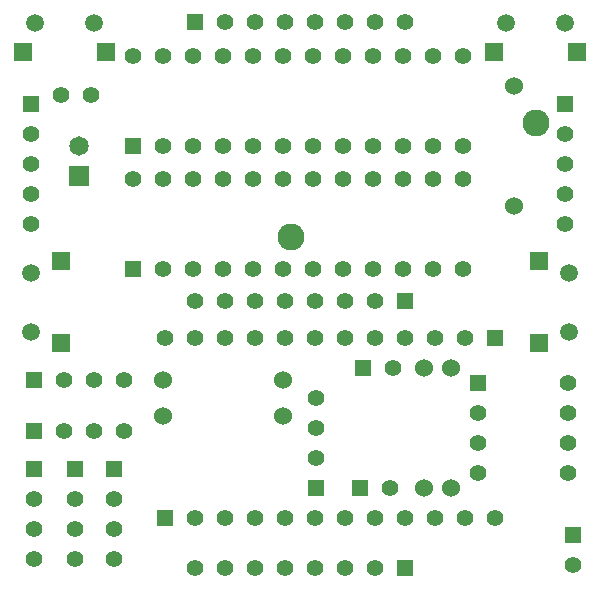
<source format=gts>
G04 (created by PCBNEW (2013-07-07 BZR 4022)-stable) date 01/06/2014 15:28:08*
%MOIN*%
G04 Gerber Fmt 3.4, Leading zero omitted, Abs format*
%FSLAX34Y34*%
G01*
G70*
G90*
G04 APERTURE LIST*
%ADD10C,0.00590551*%
%ADD11R,0.055X0.055*%
%ADD12C,0.055*%
%ADD13C,0.06*%
%ADD14R,0.065X0.065*%
%ADD15C,0.065*%
%ADD16C,0.09*%
%ADD17C,0.0590551*%
%ADD18R,0.0590551X0.0590551*%
G04 APERTURE END LIST*
G54D10*
G54D11*
X78750Y-29450D03*
G54D12*
X79750Y-29450D03*
X80750Y-29450D03*
X81750Y-29450D03*
X82750Y-29450D03*
X83750Y-29450D03*
X84750Y-29450D03*
X85750Y-29450D03*
G54D11*
X85750Y-47650D03*
G54D12*
X84750Y-47650D03*
X83750Y-47650D03*
X82750Y-47650D03*
X81750Y-47650D03*
X80750Y-47650D03*
X79750Y-47650D03*
X78750Y-47650D03*
G54D13*
X89400Y-31600D03*
X89400Y-35600D03*
X81700Y-42600D03*
X77700Y-42600D03*
G54D11*
X76700Y-33600D03*
G54D12*
X77700Y-33600D03*
X78700Y-33600D03*
X79700Y-33600D03*
X80700Y-33600D03*
X81700Y-33600D03*
X82700Y-33600D03*
X83700Y-33600D03*
X84700Y-33600D03*
X85700Y-33600D03*
X86700Y-33600D03*
X87700Y-33600D03*
X87700Y-30600D03*
X86700Y-30600D03*
X85700Y-30600D03*
X84700Y-30600D03*
X83700Y-30600D03*
X82700Y-30600D03*
X81700Y-30600D03*
X80700Y-30600D03*
X79700Y-30600D03*
X78700Y-30600D03*
X77700Y-30600D03*
X76700Y-30600D03*
G54D14*
X74900Y-34600D03*
G54D15*
X74900Y-33600D03*
G54D12*
X74300Y-31900D03*
X75300Y-31900D03*
G54D11*
X85750Y-38750D03*
G54D12*
X84750Y-38750D03*
X83750Y-38750D03*
X82750Y-38750D03*
X81750Y-38750D03*
X80750Y-38750D03*
X79750Y-38750D03*
X78750Y-38750D03*
G54D11*
X77750Y-46000D03*
G54D12*
X78750Y-46000D03*
X79750Y-46000D03*
X80750Y-46000D03*
X81750Y-46000D03*
X82750Y-46000D03*
X83750Y-46000D03*
X84750Y-46000D03*
X85750Y-46000D03*
X86750Y-46000D03*
X87750Y-46000D03*
X88750Y-46000D03*
G54D11*
X88750Y-40000D03*
G54D12*
X87750Y-40000D03*
X86750Y-40000D03*
X85750Y-40000D03*
X84750Y-40000D03*
X83750Y-40000D03*
X82750Y-40000D03*
X81750Y-40000D03*
X80750Y-40000D03*
X79750Y-40000D03*
X78750Y-40000D03*
X77750Y-40000D03*
G54D11*
X76700Y-37700D03*
G54D12*
X77700Y-37700D03*
X78700Y-37700D03*
X79700Y-37700D03*
X80700Y-37700D03*
X81700Y-37700D03*
X82700Y-37700D03*
X83700Y-37700D03*
X84700Y-37700D03*
X85700Y-37700D03*
X86700Y-37700D03*
X87700Y-37700D03*
X87700Y-34700D03*
X86700Y-34700D03*
X85700Y-34700D03*
X84700Y-34700D03*
X83700Y-34700D03*
X82700Y-34700D03*
X81700Y-34700D03*
X80700Y-34700D03*
X79700Y-34700D03*
X78700Y-34700D03*
X77700Y-34700D03*
X76700Y-34700D03*
G54D11*
X73400Y-43100D03*
G54D12*
X74400Y-43100D03*
X75400Y-43100D03*
X76400Y-43100D03*
G54D11*
X84250Y-45000D03*
G54D12*
X85250Y-45000D03*
G54D13*
X81700Y-41400D03*
X77700Y-41400D03*
X87300Y-45000D03*
X87300Y-41000D03*
X86400Y-45000D03*
X86400Y-41000D03*
G54D11*
X88200Y-41500D03*
G54D12*
X88200Y-42500D03*
X88200Y-43500D03*
X88200Y-44500D03*
X91200Y-44500D03*
X91200Y-43500D03*
X91200Y-42500D03*
X91200Y-41500D03*
G54D16*
X90118Y-32832D03*
X81962Y-36635D03*
G54D11*
X73400Y-41400D03*
G54D12*
X74400Y-41400D03*
X75400Y-41400D03*
X76400Y-41400D03*
G54D11*
X82800Y-45000D03*
G54D12*
X82800Y-44000D03*
X82800Y-43000D03*
X82800Y-42000D03*
G54D17*
X91209Y-39784D03*
X91209Y-37815D03*
G54D18*
X90225Y-40177D03*
X90225Y-37422D03*
G54D17*
X73290Y-37815D03*
X73290Y-39784D03*
G54D18*
X74274Y-37422D03*
X74274Y-40177D03*
G54D17*
X91084Y-29490D03*
X89115Y-29490D03*
G54D18*
X91477Y-30474D03*
X88722Y-30474D03*
G54D17*
X75384Y-29490D03*
X73415Y-29490D03*
G54D18*
X75777Y-30474D03*
X73022Y-30474D03*
G54D11*
X73300Y-32200D03*
G54D12*
X73300Y-33200D03*
X73300Y-34200D03*
X73300Y-35200D03*
X73300Y-36200D03*
G54D11*
X91100Y-32200D03*
G54D12*
X91100Y-33200D03*
X91100Y-34200D03*
X91100Y-35200D03*
X91100Y-36200D03*
G54D11*
X73400Y-44350D03*
G54D12*
X73400Y-45350D03*
X73400Y-46350D03*
X73400Y-47350D03*
G54D11*
X74750Y-44350D03*
G54D12*
X74750Y-45350D03*
X74750Y-46350D03*
X74750Y-47350D03*
G54D11*
X76050Y-44350D03*
G54D12*
X76050Y-45350D03*
X76050Y-46350D03*
X76050Y-47350D03*
G54D11*
X84350Y-41000D03*
G54D12*
X85350Y-41000D03*
G54D11*
X91350Y-46550D03*
G54D12*
X91350Y-47550D03*
M02*

</source>
